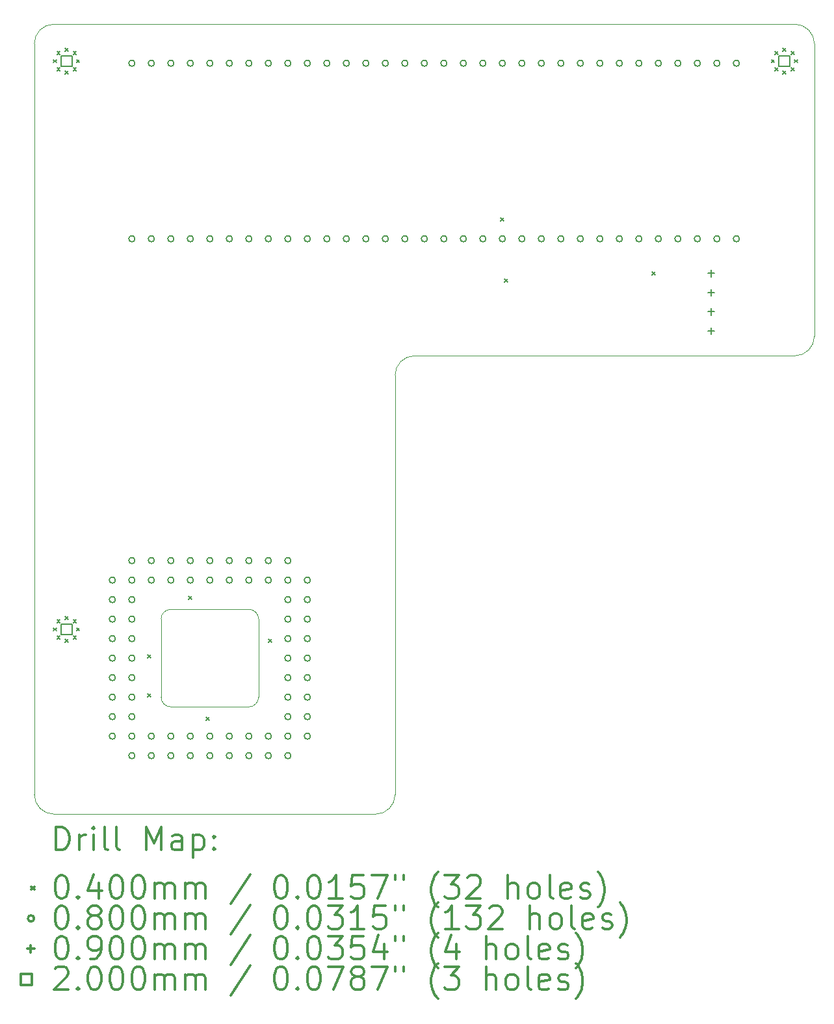
<source format=gbr>
%FSLAX45Y45*%
G04 Gerber Fmt 4.5, Leading zero omitted, Abs format (unit mm)*
G04 Created by KiCad (PCBNEW (5.1.12)-1) date 2022-03-01 21:28:57*
%MOMM*%
%LPD*%
G01*
G04 APERTURE LIST*
%TA.AperFunction,Profile*%
%ADD10C,0.050000*%
%TD*%
%ADD11C,0.200000*%
%ADD12C,0.300000*%
G04 APERTURE END LIST*
D10*
X13589000Y-12954000D02*
G75*
G02*
X13462000Y-13081000I-127000J0D01*
G01*
X12446000Y-13081000D02*
G75*
G02*
X12319000Y-12954000I0J127000D01*
G01*
X12319000Y-11938000D02*
G75*
G02*
X12446000Y-11811000I127000J0D01*
G01*
X13462000Y-11811000D02*
G75*
G02*
X13589000Y-11938000I0J-127000D01*
G01*
X12446000Y-11811000D02*
X13462000Y-11811000D01*
X13589000Y-12954000D02*
X13589000Y-11938000D01*
X13462000Y-13081000D02*
X12446000Y-13081000D01*
X12319000Y-11938000D02*
X12319000Y-12954000D01*
X20828000Y-8255000D02*
G75*
G02*
X20574000Y-8509000I-254000J0D01*
G01*
X15367000Y-8763000D02*
G75*
G02*
X15621000Y-8509000I254000J0D01*
G01*
X20574000Y-8509000D02*
X15621000Y-8509000D01*
X20828000Y-4445000D02*
X20828000Y-8255000D01*
X20574000Y-4191000D02*
G75*
G02*
X20828000Y-4445000I0J-254000D01*
G01*
X10668000Y-4445000D02*
G75*
G02*
X10922000Y-4191000I254000J0D01*
G01*
X15367000Y-14224000D02*
G75*
G02*
X15113000Y-14478000I-254000J0D01*
G01*
X10922000Y-14478000D02*
G75*
G02*
X10668000Y-14224000I0J254000D01*
G01*
X20574000Y-4191000D02*
X10922000Y-4191000D01*
X10668000Y-4445000D02*
X10668000Y-14224000D01*
X15367000Y-8763000D02*
X15367000Y-14224000D01*
X15113000Y-14478000D02*
X10922000Y-14478000D01*
D11*
X10918000Y-4653000D02*
X10958000Y-4693000D01*
X10958000Y-4653000D02*
X10918000Y-4693000D01*
X10918000Y-12053000D02*
X10958000Y-12093000D01*
X10958000Y-12053000D02*
X10918000Y-12093000D01*
X10961900Y-4546900D02*
X11001900Y-4586900D01*
X11001900Y-4546900D02*
X10961900Y-4586900D01*
X10961900Y-4759100D02*
X11001900Y-4799100D01*
X11001900Y-4759100D02*
X10961900Y-4799100D01*
X10961900Y-11946900D02*
X11001900Y-11986900D01*
X11001900Y-11946900D02*
X10961900Y-11986900D01*
X10961900Y-12159100D02*
X11001900Y-12199100D01*
X11001900Y-12159100D02*
X10961900Y-12199100D01*
X11068000Y-4503000D02*
X11108000Y-4543000D01*
X11108000Y-4503000D02*
X11068000Y-4543000D01*
X11068000Y-4803000D02*
X11108000Y-4843000D01*
X11108000Y-4803000D02*
X11068000Y-4843000D01*
X11068000Y-11903000D02*
X11108000Y-11943000D01*
X11108000Y-11903000D02*
X11068000Y-11943000D01*
X11068000Y-12203000D02*
X11108000Y-12243000D01*
X11108000Y-12203000D02*
X11068000Y-12243000D01*
X11174100Y-4546900D02*
X11214100Y-4586900D01*
X11214100Y-4546900D02*
X11174100Y-4586900D01*
X11174100Y-4759100D02*
X11214100Y-4799100D01*
X11214100Y-4759100D02*
X11174100Y-4799100D01*
X11174100Y-11946900D02*
X11214100Y-11986900D01*
X11214100Y-11946900D02*
X11174100Y-11986900D01*
X11174100Y-12159100D02*
X11214100Y-12199100D01*
X11214100Y-12159100D02*
X11174100Y-12199100D01*
X11218000Y-4653000D02*
X11258000Y-4693000D01*
X11258000Y-4653000D02*
X11218000Y-4693000D01*
X11218000Y-12053000D02*
X11258000Y-12093000D01*
X11258000Y-12053000D02*
X11218000Y-12093000D01*
X12146600Y-12400600D02*
X12186600Y-12440600D01*
X12186600Y-12400600D02*
X12146600Y-12440600D01*
X12146600Y-12908600D02*
X12186600Y-12948600D01*
X12186600Y-12908600D02*
X12146600Y-12948600D01*
X12680000Y-11638600D02*
X12720000Y-11678600D01*
X12720000Y-11638600D02*
X12680000Y-11678600D01*
X12908600Y-13213400D02*
X12948600Y-13253400D01*
X12948600Y-13213400D02*
X12908600Y-13253400D01*
X13721400Y-12197400D02*
X13761400Y-12237400D01*
X13761400Y-12197400D02*
X13721400Y-12237400D01*
X16744000Y-6711000D02*
X16784000Y-6751000D01*
X16784000Y-6711000D02*
X16744000Y-6751000D01*
X16792260Y-7508560D02*
X16832260Y-7548560D01*
X16832260Y-7508560D02*
X16792260Y-7548560D01*
X18712500Y-7415500D02*
X18752500Y-7455500D01*
X18752500Y-7415500D02*
X18712500Y-7455500D01*
X20268000Y-4653000D02*
X20308000Y-4693000D01*
X20308000Y-4653000D02*
X20268000Y-4693000D01*
X20311900Y-4546900D02*
X20351900Y-4586900D01*
X20351900Y-4546900D02*
X20311900Y-4586900D01*
X20311900Y-4759100D02*
X20351900Y-4799100D01*
X20351900Y-4759100D02*
X20311900Y-4799100D01*
X20418000Y-4503000D02*
X20458000Y-4543000D01*
X20458000Y-4503000D02*
X20418000Y-4543000D01*
X20418000Y-4803000D02*
X20458000Y-4843000D01*
X20458000Y-4803000D02*
X20418000Y-4843000D01*
X20524100Y-4546900D02*
X20564100Y-4586900D01*
X20564100Y-4546900D02*
X20524100Y-4586900D01*
X20524100Y-4759100D02*
X20564100Y-4799100D01*
X20564100Y-4759100D02*
X20524100Y-4799100D01*
X20568000Y-4653000D02*
X20608000Y-4693000D01*
X20608000Y-4653000D02*
X20568000Y-4693000D01*
X11724000Y-11430000D02*
G75*
G03*
X11724000Y-11430000I-40000J0D01*
G01*
X11724000Y-11684000D02*
G75*
G03*
X11724000Y-11684000I-40000J0D01*
G01*
X11724000Y-11938000D02*
G75*
G03*
X11724000Y-11938000I-40000J0D01*
G01*
X11724000Y-12192000D02*
G75*
G03*
X11724000Y-12192000I-40000J0D01*
G01*
X11724000Y-12446000D02*
G75*
G03*
X11724000Y-12446000I-40000J0D01*
G01*
X11724000Y-12700000D02*
G75*
G03*
X11724000Y-12700000I-40000J0D01*
G01*
X11724000Y-12954000D02*
G75*
G03*
X11724000Y-12954000I-40000J0D01*
G01*
X11724000Y-13208000D02*
G75*
G03*
X11724000Y-13208000I-40000J0D01*
G01*
X11724000Y-13462000D02*
G75*
G03*
X11724000Y-13462000I-40000J0D01*
G01*
X11978000Y-4699000D02*
G75*
G03*
X11978000Y-4699000I-40000J0D01*
G01*
X11978000Y-6985000D02*
G75*
G03*
X11978000Y-6985000I-40000J0D01*
G01*
X11978000Y-11176000D02*
G75*
G03*
X11978000Y-11176000I-40000J0D01*
G01*
X11978000Y-11430000D02*
G75*
G03*
X11978000Y-11430000I-40000J0D01*
G01*
X11978000Y-11684000D02*
G75*
G03*
X11978000Y-11684000I-40000J0D01*
G01*
X11978000Y-11938000D02*
G75*
G03*
X11978000Y-11938000I-40000J0D01*
G01*
X11978000Y-12192000D02*
G75*
G03*
X11978000Y-12192000I-40000J0D01*
G01*
X11978000Y-12446000D02*
G75*
G03*
X11978000Y-12446000I-40000J0D01*
G01*
X11978000Y-12700000D02*
G75*
G03*
X11978000Y-12700000I-40000J0D01*
G01*
X11978000Y-12954000D02*
G75*
G03*
X11978000Y-12954000I-40000J0D01*
G01*
X11978000Y-13208000D02*
G75*
G03*
X11978000Y-13208000I-40000J0D01*
G01*
X11978000Y-13462000D02*
G75*
G03*
X11978000Y-13462000I-40000J0D01*
G01*
X11978000Y-13716000D02*
G75*
G03*
X11978000Y-13716000I-40000J0D01*
G01*
X12232000Y-4699000D02*
G75*
G03*
X12232000Y-4699000I-40000J0D01*
G01*
X12232000Y-6985000D02*
G75*
G03*
X12232000Y-6985000I-40000J0D01*
G01*
X12232000Y-11176000D02*
G75*
G03*
X12232000Y-11176000I-40000J0D01*
G01*
X12232000Y-11430000D02*
G75*
G03*
X12232000Y-11430000I-40000J0D01*
G01*
X12232000Y-13462000D02*
G75*
G03*
X12232000Y-13462000I-40000J0D01*
G01*
X12232000Y-13716000D02*
G75*
G03*
X12232000Y-13716000I-40000J0D01*
G01*
X12486000Y-4699000D02*
G75*
G03*
X12486000Y-4699000I-40000J0D01*
G01*
X12486000Y-6985000D02*
G75*
G03*
X12486000Y-6985000I-40000J0D01*
G01*
X12486000Y-11176000D02*
G75*
G03*
X12486000Y-11176000I-40000J0D01*
G01*
X12486000Y-11430000D02*
G75*
G03*
X12486000Y-11430000I-40000J0D01*
G01*
X12486000Y-13462000D02*
G75*
G03*
X12486000Y-13462000I-40000J0D01*
G01*
X12486000Y-13716000D02*
G75*
G03*
X12486000Y-13716000I-40000J0D01*
G01*
X12740000Y-4699000D02*
G75*
G03*
X12740000Y-4699000I-40000J0D01*
G01*
X12740000Y-6985000D02*
G75*
G03*
X12740000Y-6985000I-40000J0D01*
G01*
X12740000Y-11176000D02*
G75*
G03*
X12740000Y-11176000I-40000J0D01*
G01*
X12740000Y-11430000D02*
G75*
G03*
X12740000Y-11430000I-40000J0D01*
G01*
X12740000Y-13462000D02*
G75*
G03*
X12740000Y-13462000I-40000J0D01*
G01*
X12740000Y-13716000D02*
G75*
G03*
X12740000Y-13716000I-40000J0D01*
G01*
X12994000Y-4699000D02*
G75*
G03*
X12994000Y-4699000I-40000J0D01*
G01*
X12994000Y-6985000D02*
G75*
G03*
X12994000Y-6985000I-40000J0D01*
G01*
X12994000Y-11176000D02*
G75*
G03*
X12994000Y-11176000I-40000J0D01*
G01*
X12994000Y-11430000D02*
G75*
G03*
X12994000Y-11430000I-40000J0D01*
G01*
X12994000Y-13462000D02*
G75*
G03*
X12994000Y-13462000I-40000J0D01*
G01*
X12994000Y-13716000D02*
G75*
G03*
X12994000Y-13716000I-40000J0D01*
G01*
X13248000Y-4699000D02*
G75*
G03*
X13248000Y-4699000I-40000J0D01*
G01*
X13248000Y-6985000D02*
G75*
G03*
X13248000Y-6985000I-40000J0D01*
G01*
X13248000Y-11176000D02*
G75*
G03*
X13248000Y-11176000I-40000J0D01*
G01*
X13248000Y-11430000D02*
G75*
G03*
X13248000Y-11430000I-40000J0D01*
G01*
X13248000Y-13462000D02*
G75*
G03*
X13248000Y-13462000I-40000J0D01*
G01*
X13248000Y-13716000D02*
G75*
G03*
X13248000Y-13716000I-40000J0D01*
G01*
X13502000Y-4699000D02*
G75*
G03*
X13502000Y-4699000I-40000J0D01*
G01*
X13502000Y-6985000D02*
G75*
G03*
X13502000Y-6985000I-40000J0D01*
G01*
X13502000Y-11176000D02*
G75*
G03*
X13502000Y-11176000I-40000J0D01*
G01*
X13502000Y-11430000D02*
G75*
G03*
X13502000Y-11430000I-40000J0D01*
G01*
X13502000Y-13462000D02*
G75*
G03*
X13502000Y-13462000I-40000J0D01*
G01*
X13502000Y-13716000D02*
G75*
G03*
X13502000Y-13716000I-40000J0D01*
G01*
X13756000Y-4699000D02*
G75*
G03*
X13756000Y-4699000I-40000J0D01*
G01*
X13756000Y-6985000D02*
G75*
G03*
X13756000Y-6985000I-40000J0D01*
G01*
X13756000Y-11176000D02*
G75*
G03*
X13756000Y-11176000I-40000J0D01*
G01*
X13756000Y-11430000D02*
G75*
G03*
X13756000Y-11430000I-40000J0D01*
G01*
X13756000Y-13462000D02*
G75*
G03*
X13756000Y-13462000I-40000J0D01*
G01*
X13756000Y-13716000D02*
G75*
G03*
X13756000Y-13716000I-40000J0D01*
G01*
X14010000Y-4699000D02*
G75*
G03*
X14010000Y-4699000I-40000J0D01*
G01*
X14010000Y-6985000D02*
G75*
G03*
X14010000Y-6985000I-40000J0D01*
G01*
X14010000Y-11176000D02*
G75*
G03*
X14010000Y-11176000I-40000J0D01*
G01*
X14010000Y-11430000D02*
G75*
G03*
X14010000Y-11430000I-40000J0D01*
G01*
X14010000Y-11684000D02*
G75*
G03*
X14010000Y-11684000I-40000J0D01*
G01*
X14010000Y-11938000D02*
G75*
G03*
X14010000Y-11938000I-40000J0D01*
G01*
X14010000Y-12192000D02*
G75*
G03*
X14010000Y-12192000I-40000J0D01*
G01*
X14010000Y-12446000D02*
G75*
G03*
X14010000Y-12446000I-40000J0D01*
G01*
X14010000Y-12700000D02*
G75*
G03*
X14010000Y-12700000I-40000J0D01*
G01*
X14010000Y-12954000D02*
G75*
G03*
X14010000Y-12954000I-40000J0D01*
G01*
X14010000Y-13208000D02*
G75*
G03*
X14010000Y-13208000I-40000J0D01*
G01*
X14010000Y-13462000D02*
G75*
G03*
X14010000Y-13462000I-40000J0D01*
G01*
X14010000Y-13716000D02*
G75*
G03*
X14010000Y-13716000I-40000J0D01*
G01*
X14264000Y-4699000D02*
G75*
G03*
X14264000Y-4699000I-40000J0D01*
G01*
X14264000Y-6985000D02*
G75*
G03*
X14264000Y-6985000I-40000J0D01*
G01*
X14264000Y-11430000D02*
G75*
G03*
X14264000Y-11430000I-40000J0D01*
G01*
X14264000Y-11684000D02*
G75*
G03*
X14264000Y-11684000I-40000J0D01*
G01*
X14264000Y-11938000D02*
G75*
G03*
X14264000Y-11938000I-40000J0D01*
G01*
X14264000Y-12192000D02*
G75*
G03*
X14264000Y-12192000I-40000J0D01*
G01*
X14264000Y-12446000D02*
G75*
G03*
X14264000Y-12446000I-40000J0D01*
G01*
X14264000Y-12700000D02*
G75*
G03*
X14264000Y-12700000I-40000J0D01*
G01*
X14264000Y-12954000D02*
G75*
G03*
X14264000Y-12954000I-40000J0D01*
G01*
X14264000Y-13208000D02*
G75*
G03*
X14264000Y-13208000I-40000J0D01*
G01*
X14264000Y-13462000D02*
G75*
G03*
X14264000Y-13462000I-40000J0D01*
G01*
X14518000Y-4699000D02*
G75*
G03*
X14518000Y-4699000I-40000J0D01*
G01*
X14518000Y-6985000D02*
G75*
G03*
X14518000Y-6985000I-40000J0D01*
G01*
X14772000Y-4699000D02*
G75*
G03*
X14772000Y-4699000I-40000J0D01*
G01*
X14772000Y-6985000D02*
G75*
G03*
X14772000Y-6985000I-40000J0D01*
G01*
X15026000Y-4699000D02*
G75*
G03*
X15026000Y-4699000I-40000J0D01*
G01*
X15026000Y-6985000D02*
G75*
G03*
X15026000Y-6985000I-40000J0D01*
G01*
X15280000Y-4699000D02*
G75*
G03*
X15280000Y-4699000I-40000J0D01*
G01*
X15280000Y-6985000D02*
G75*
G03*
X15280000Y-6985000I-40000J0D01*
G01*
X15534000Y-4699000D02*
G75*
G03*
X15534000Y-4699000I-40000J0D01*
G01*
X15534000Y-6985000D02*
G75*
G03*
X15534000Y-6985000I-40000J0D01*
G01*
X15788000Y-4699000D02*
G75*
G03*
X15788000Y-4699000I-40000J0D01*
G01*
X15788000Y-6985000D02*
G75*
G03*
X15788000Y-6985000I-40000J0D01*
G01*
X16042000Y-4699000D02*
G75*
G03*
X16042000Y-4699000I-40000J0D01*
G01*
X16042000Y-6985000D02*
G75*
G03*
X16042000Y-6985000I-40000J0D01*
G01*
X16296000Y-4699000D02*
G75*
G03*
X16296000Y-4699000I-40000J0D01*
G01*
X16296000Y-6985000D02*
G75*
G03*
X16296000Y-6985000I-40000J0D01*
G01*
X16550000Y-4699000D02*
G75*
G03*
X16550000Y-4699000I-40000J0D01*
G01*
X16550000Y-6985000D02*
G75*
G03*
X16550000Y-6985000I-40000J0D01*
G01*
X16804000Y-4699000D02*
G75*
G03*
X16804000Y-4699000I-40000J0D01*
G01*
X16804000Y-6985000D02*
G75*
G03*
X16804000Y-6985000I-40000J0D01*
G01*
X17058000Y-4699000D02*
G75*
G03*
X17058000Y-4699000I-40000J0D01*
G01*
X17058000Y-6985000D02*
G75*
G03*
X17058000Y-6985000I-40000J0D01*
G01*
X17312000Y-4699000D02*
G75*
G03*
X17312000Y-4699000I-40000J0D01*
G01*
X17312000Y-6985000D02*
G75*
G03*
X17312000Y-6985000I-40000J0D01*
G01*
X17566000Y-4699000D02*
G75*
G03*
X17566000Y-4699000I-40000J0D01*
G01*
X17566000Y-6985000D02*
G75*
G03*
X17566000Y-6985000I-40000J0D01*
G01*
X17820000Y-4699000D02*
G75*
G03*
X17820000Y-4699000I-40000J0D01*
G01*
X17820000Y-6985000D02*
G75*
G03*
X17820000Y-6985000I-40000J0D01*
G01*
X18074000Y-4699000D02*
G75*
G03*
X18074000Y-4699000I-40000J0D01*
G01*
X18074000Y-6985000D02*
G75*
G03*
X18074000Y-6985000I-40000J0D01*
G01*
X18328000Y-4699000D02*
G75*
G03*
X18328000Y-4699000I-40000J0D01*
G01*
X18328000Y-6985000D02*
G75*
G03*
X18328000Y-6985000I-40000J0D01*
G01*
X18582000Y-4699000D02*
G75*
G03*
X18582000Y-4699000I-40000J0D01*
G01*
X18582000Y-6985000D02*
G75*
G03*
X18582000Y-6985000I-40000J0D01*
G01*
X18836000Y-4699000D02*
G75*
G03*
X18836000Y-4699000I-40000J0D01*
G01*
X18836000Y-6985000D02*
G75*
G03*
X18836000Y-6985000I-40000J0D01*
G01*
X19090000Y-4699000D02*
G75*
G03*
X19090000Y-4699000I-40000J0D01*
G01*
X19090000Y-6985000D02*
G75*
G03*
X19090000Y-6985000I-40000J0D01*
G01*
X19344000Y-4699000D02*
G75*
G03*
X19344000Y-4699000I-40000J0D01*
G01*
X19344000Y-6985000D02*
G75*
G03*
X19344000Y-6985000I-40000J0D01*
G01*
X19598000Y-4699000D02*
G75*
G03*
X19598000Y-4699000I-40000J0D01*
G01*
X19598000Y-6985000D02*
G75*
G03*
X19598000Y-6985000I-40000J0D01*
G01*
X19852000Y-4699000D02*
G75*
G03*
X19852000Y-4699000I-40000J0D01*
G01*
X19852000Y-6985000D02*
G75*
G03*
X19852000Y-6985000I-40000J0D01*
G01*
X19484000Y-7390500D02*
X19484000Y-7480500D01*
X19439000Y-7435500D02*
X19529000Y-7435500D01*
X19484000Y-7640500D02*
X19484000Y-7730500D01*
X19439000Y-7685500D02*
X19529000Y-7685500D01*
X19484000Y-7890500D02*
X19484000Y-7980500D01*
X19439000Y-7935500D02*
X19529000Y-7935500D01*
X19484000Y-8140500D02*
X19484000Y-8230500D01*
X19439000Y-8185500D02*
X19529000Y-8185500D01*
X11158711Y-4743711D02*
X11158711Y-4602289D01*
X11017289Y-4602289D01*
X11017289Y-4743711D01*
X11158711Y-4743711D01*
X11158711Y-12143711D02*
X11158711Y-12002289D01*
X11017289Y-12002289D01*
X11017289Y-12143711D01*
X11158711Y-12143711D01*
X20508711Y-4743711D02*
X20508711Y-4602289D01*
X20367289Y-4602289D01*
X20367289Y-4743711D01*
X20508711Y-4743711D01*
D12*
X10951928Y-14946214D02*
X10951928Y-14646214D01*
X11023357Y-14646214D01*
X11066214Y-14660500D01*
X11094786Y-14689071D01*
X11109071Y-14717643D01*
X11123357Y-14774786D01*
X11123357Y-14817643D01*
X11109071Y-14874786D01*
X11094786Y-14903357D01*
X11066214Y-14931929D01*
X11023357Y-14946214D01*
X10951928Y-14946214D01*
X11251928Y-14946214D02*
X11251928Y-14746214D01*
X11251928Y-14803357D02*
X11266214Y-14774786D01*
X11280500Y-14760500D01*
X11309071Y-14746214D01*
X11337643Y-14746214D01*
X11437643Y-14946214D02*
X11437643Y-14746214D01*
X11437643Y-14646214D02*
X11423357Y-14660500D01*
X11437643Y-14674786D01*
X11451928Y-14660500D01*
X11437643Y-14646214D01*
X11437643Y-14674786D01*
X11623357Y-14946214D02*
X11594786Y-14931929D01*
X11580500Y-14903357D01*
X11580500Y-14646214D01*
X11780500Y-14946214D02*
X11751928Y-14931929D01*
X11737643Y-14903357D01*
X11737643Y-14646214D01*
X12123357Y-14946214D02*
X12123357Y-14646214D01*
X12223357Y-14860500D01*
X12323357Y-14646214D01*
X12323357Y-14946214D01*
X12594786Y-14946214D02*
X12594786Y-14789071D01*
X12580500Y-14760500D01*
X12551928Y-14746214D01*
X12494786Y-14746214D01*
X12466214Y-14760500D01*
X12594786Y-14931929D02*
X12566214Y-14946214D01*
X12494786Y-14946214D01*
X12466214Y-14931929D01*
X12451928Y-14903357D01*
X12451928Y-14874786D01*
X12466214Y-14846214D01*
X12494786Y-14831929D01*
X12566214Y-14831929D01*
X12594786Y-14817643D01*
X12737643Y-14746214D02*
X12737643Y-15046214D01*
X12737643Y-14760500D02*
X12766214Y-14746214D01*
X12823357Y-14746214D01*
X12851928Y-14760500D01*
X12866214Y-14774786D01*
X12880500Y-14803357D01*
X12880500Y-14889071D01*
X12866214Y-14917643D01*
X12851928Y-14931929D01*
X12823357Y-14946214D01*
X12766214Y-14946214D01*
X12737643Y-14931929D01*
X13009071Y-14917643D02*
X13023357Y-14931929D01*
X13009071Y-14946214D01*
X12994786Y-14931929D01*
X13009071Y-14917643D01*
X13009071Y-14946214D01*
X13009071Y-14760500D02*
X13023357Y-14774786D01*
X13009071Y-14789071D01*
X12994786Y-14774786D01*
X13009071Y-14760500D01*
X13009071Y-14789071D01*
X10625500Y-15420500D02*
X10665500Y-15460500D01*
X10665500Y-15420500D02*
X10625500Y-15460500D01*
X11009071Y-15276214D02*
X11037643Y-15276214D01*
X11066214Y-15290500D01*
X11080500Y-15304786D01*
X11094786Y-15333357D01*
X11109071Y-15390500D01*
X11109071Y-15461929D01*
X11094786Y-15519071D01*
X11080500Y-15547643D01*
X11066214Y-15561929D01*
X11037643Y-15576214D01*
X11009071Y-15576214D01*
X10980500Y-15561929D01*
X10966214Y-15547643D01*
X10951928Y-15519071D01*
X10937643Y-15461929D01*
X10937643Y-15390500D01*
X10951928Y-15333357D01*
X10966214Y-15304786D01*
X10980500Y-15290500D01*
X11009071Y-15276214D01*
X11237643Y-15547643D02*
X11251928Y-15561929D01*
X11237643Y-15576214D01*
X11223357Y-15561929D01*
X11237643Y-15547643D01*
X11237643Y-15576214D01*
X11509071Y-15376214D02*
X11509071Y-15576214D01*
X11437643Y-15261929D02*
X11366214Y-15476214D01*
X11551928Y-15476214D01*
X11723357Y-15276214D02*
X11751928Y-15276214D01*
X11780500Y-15290500D01*
X11794786Y-15304786D01*
X11809071Y-15333357D01*
X11823357Y-15390500D01*
X11823357Y-15461929D01*
X11809071Y-15519071D01*
X11794786Y-15547643D01*
X11780500Y-15561929D01*
X11751928Y-15576214D01*
X11723357Y-15576214D01*
X11694786Y-15561929D01*
X11680500Y-15547643D01*
X11666214Y-15519071D01*
X11651928Y-15461929D01*
X11651928Y-15390500D01*
X11666214Y-15333357D01*
X11680500Y-15304786D01*
X11694786Y-15290500D01*
X11723357Y-15276214D01*
X12009071Y-15276214D02*
X12037643Y-15276214D01*
X12066214Y-15290500D01*
X12080500Y-15304786D01*
X12094786Y-15333357D01*
X12109071Y-15390500D01*
X12109071Y-15461929D01*
X12094786Y-15519071D01*
X12080500Y-15547643D01*
X12066214Y-15561929D01*
X12037643Y-15576214D01*
X12009071Y-15576214D01*
X11980500Y-15561929D01*
X11966214Y-15547643D01*
X11951928Y-15519071D01*
X11937643Y-15461929D01*
X11937643Y-15390500D01*
X11951928Y-15333357D01*
X11966214Y-15304786D01*
X11980500Y-15290500D01*
X12009071Y-15276214D01*
X12237643Y-15576214D02*
X12237643Y-15376214D01*
X12237643Y-15404786D02*
X12251928Y-15390500D01*
X12280500Y-15376214D01*
X12323357Y-15376214D01*
X12351928Y-15390500D01*
X12366214Y-15419071D01*
X12366214Y-15576214D01*
X12366214Y-15419071D02*
X12380500Y-15390500D01*
X12409071Y-15376214D01*
X12451928Y-15376214D01*
X12480500Y-15390500D01*
X12494786Y-15419071D01*
X12494786Y-15576214D01*
X12637643Y-15576214D02*
X12637643Y-15376214D01*
X12637643Y-15404786D02*
X12651928Y-15390500D01*
X12680500Y-15376214D01*
X12723357Y-15376214D01*
X12751928Y-15390500D01*
X12766214Y-15419071D01*
X12766214Y-15576214D01*
X12766214Y-15419071D02*
X12780500Y-15390500D01*
X12809071Y-15376214D01*
X12851928Y-15376214D01*
X12880500Y-15390500D01*
X12894786Y-15419071D01*
X12894786Y-15576214D01*
X13480500Y-15261929D02*
X13223357Y-15647643D01*
X13866214Y-15276214D02*
X13894786Y-15276214D01*
X13923357Y-15290500D01*
X13937643Y-15304786D01*
X13951928Y-15333357D01*
X13966214Y-15390500D01*
X13966214Y-15461929D01*
X13951928Y-15519071D01*
X13937643Y-15547643D01*
X13923357Y-15561929D01*
X13894786Y-15576214D01*
X13866214Y-15576214D01*
X13837643Y-15561929D01*
X13823357Y-15547643D01*
X13809071Y-15519071D01*
X13794786Y-15461929D01*
X13794786Y-15390500D01*
X13809071Y-15333357D01*
X13823357Y-15304786D01*
X13837643Y-15290500D01*
X13866214Y-15276214D01*
X14094786Y-15547643D02*
X14109071Y-15561929D01*
X14094786Y-15576214D01*
X14080500Y-15561929D01*
X14094786Y-15547643D01*
X14094786Y-15576214D01*
X14294786Y-15276214D02*
X14323357Y-15276214D01*
X14351928Y-15290500D01*
X14366214Y-15304786D01*
X14380500Y-15333357D01*
X14394786Y-15390500D01*
X14394786Y-15461929D01*
X14380500Y-15519071D01*
X14366214Y-15547643D01*
X14351928Y-15561929D01*
X14323357Y-15576214D01*
X14294786Y-15576214D01*
X14266214Y-15561929D01*
X14251928Y-15547643D01*
X14237643Y-15519071D01*
X14223357Y-15461929D01*
X14223357Y-15390500D01*
X14237643Y-15333357D01*
X14251928Y-15304786D01*
X14266214Y-15290500D01*
X14294786Y-15276214D01*
X14680500Y-15576214D02*
X14509071Y-15576214D01*
X14594786Y-15576214D02*
X14594786Y-15276214D01*
X14566214Y-15319071D01*
X14537643Y-15347643D01*
X14509071Y-15361929D01*
X14951928Y-15276214D02*
X14809071Y-15276214D01*
X14794786Y-15419071D01*
X14809071Y-15404786D01*
X14837643Y-15390500D01*
X14909071Y-15390500D01*
X14937643Y-15404786D01*
X14951928Y-15419071D01*
X14966214Y-15447643D01*
X14966214Y-15519071D01*
X14951928Y-15547643D01*
X14937643Y-15561929D01*
X14909071Y-15576214D01*
X14837643Y-15576214D01*
X14809071Y-15561929D01*
X14794786Y-15547643D01*
X15066214Y-15276214D02*
X15266214Y-15276214D01*
X15137643Y-15576214D01*
X15366214Y-15276214D02*
X15366214Y-15333357D01*
X15480500Y-15276214D02*
X15480500Y-15333357D01*
X15923357Y-15690500D02*
X15909071Y-15676214D01*
X15880500Y-15633357D01*
X15866214Y-15604786D01*
X15851928Y-15561929D01*
X15837643Y-15490500D01*
X15837643Y-15433357D01*
X15851928Y-15361929D01*
X15866214Y-15319071D01*
X15880500Y-15290500D01*
X15909071Y-15247643D01*
X15923357Y-15233357D01*
X16009071Y-15276214D02*
X16194786Y-15276214D01*
X16094786Y-15390500D01*
X16137643Y-15390500D01*
X16166214Y-15404786D01*
X16180500Y-15419071D01*
X16194786Y-15447643D01*
X16194786Y-15519071D01*
X16180500Y-15547643D01*
X16166214Y-15561929D01*
X16137643Y-15576214D01*
X16051928Y-15576214D01*
X16023357Y-15561929D01*
X16009071Y-15547643D01*
X16309071Y-15304786D02*
X16323357Y-15290500D01*
X16351928Y-15276214D01*
X16423357Y-15276214D01*
X16451928Y-15290500D01*
X16466214Y-15304786D01*
X16480500Y-15333357D01*
X16480500Y-15361929D01*
X16466214Y-15404786D01*
X16294786Y-15576214D01*
X16480500Y-15576214D01*
X16837643Y-15576214D02*
X16837643Y-15276214D01*
X16966214Y-15576214D02*
X16966214Y-15419071D01*
X16951928Y-15390500D01*
X16923357Y-15376214D01*
X16880500Y-15376214D01*
X16851928Y-15390500D01*
X16837643Y-15404786D01*
X17151928Y-15576214D02*
X17123357Y-15561929D01*
X17109071Y-15547643D01*
X17094786Y-15519071D01*
X17094786Y-15433357D01*
X17109071Y-15404786D01*
X17123357Y-15390500D01*
X17151928Y-15376214D01*
X17194786Y-15376214D01*
X17223357Y-15390500D01*
X17237643Y-15404786D01*
X17251928Y-15433357D01*
X17251928Y-15519071D01*
X17237643Y-15547643D01*
X17223357Y-15561929D01*
X17194786Y-15576214D01*
X17151928Y-15576214D01*
X17423357Y-15576214D02*
X17394786Y-15561929D01*
X17380500Y-15533357D01*
X17380500Y-15276214D01*
X17651928Y-15561929D02*
X17623357Y-15576214D01*
X17566214Y-15576214D01*
X17537643Y-15561929D01*
X17523357Y-15533357D01*
X17523357Y-15419071D01*
X17537643Y-15390500D01*
X17566214Y-15376214D01*
X17623357Y-15376214D01*
X17651928Y-15390500D01*
X17666214Y-15419071D01*
X17666214Y-15447643D01*
X17523357Y-15476214D01*
X17780500Y-15561929D02*
X17809071Y-15576214D01*
X17866214Y-15576214D01*
X17894786Y-15561929D01*
X17909071Y-15533357D01*
X17909071Y-15519071D01*
X17894786Y-15490500D01*
X17866214Y-15476214D01*
X17823357Y-15476214D01*
X17794786Y-15461929D01*
X17780500Y-15433357D01*
X17780500Y-15419071D01*
X17794786Y-15390500D01*
X17823357Y-15376214D01*
X17866214Y-15376214D01*
X17894786Y-15390500D01*
X18009071Y-15690500D02*
X18023357Y-15676214D01*
X18051928Y-15633357D01*
X18066214Y-15604786D01*
X18080500Y-15561929D01*
X18094786Y-15490500D01*
X18094786Y-15433357D01*
X18080500Y-15361929D01*
X18066214Y-15319071D01*
X18051928Y-15290500D01*
X18023357Y-15247643D01*
X18009071Y-15233357D01*
X10665500Y-15836500D02*
G75*
G03*
X10665500Y-15836500I-40000J0D01*
G01*
X11009071Y-15672214D02*
X11037643Y-15672214D01*
X11066214Y-15686500D01*
X11080500Y-15700786D01*
X11094786Y-15729357D01*
X11109071Y-15786500D01*
X11109071Y-15857929D01*
X11094786Y-15915071D01*
X11080500Y-15943643D01*
X11066214Y-15957929D01*
X11037643Y-15972214D01*
X11009071Y-15972214D01*
X10980500Y-15957929D01*
X10966214Y-15943643D01*
X10951928Y-15915071D01*
X10937643Y-15857929D01*
X10937643Y-15786500D01*
X10951928Y-15729357D01*
X10966214Y-15700786D01*
X10980500Y-15686500D01*
X11009071Y-15672214D01*
X11237643Y-15943643D02*
X11251928Y-15957929D01*
X11237643Y-15972214D01*
X11223357Y-15957929D01*
X11237643Y-15943643D01*
X11237643Y-15972214D01*
X11423357Y-15800786D02*
X11394786Y-15786500D01*
X11380500Y-15772214D01*
X11366214Y-15743643D01*
X11366214Y-15729357D01*
X11380500Y-15700786D01*
X11394786Y-15686500D01*
X11423357Y-15672214D01*
X11480500Y-15672214D01*
X11509071Y-15686500D01*
X11523357Y-15700786D01*
X11537643Y-15729357D01*
X11537643Y-15743643D01*
X11523357Y-15772214D01*
X11509071Y-15786500D01*
X11480500Y-15800786D01*
X11423357Y-15800786D01*
X11394786Y-15815071D01*
X11380500Y-15829357D01*
X11366214Y-15857929D01*
X11366214Y-15915071D01*
X11380500Y-15943643D01*
X11394786Y-15957929D01*
X11423357Y-15972214D01*
X11480500Y-15972214D01*
X11509071Y-15957929D01*
X11523357Y-15943643D01*
X11537643Y-15915071D01*
X11537643Y-15857929D01*
X11523357Y-15829357D01*
X11509071Y-15815071D01*
X11480500Y-15800786D01*
X11723357Y-15672214D02*
X11751928Y-15672214D01*
X11780500Y-15686500D01*
X11794786Y-15700786D01*
X11809071Y-15729357D01*
X11823357Y-15786500D01*
X11823357Y-15857929D01*
X11809071Y-15915071D01*
X11794786Y-15943643D01*
X11780500Y-15957929D01*
X11751928Y-15972214D01*
X11723357Y-15972214D01*
X11694786Y-15957929D01*
X11680500Y-15943643D01*
X11666214Y-15915071D01*
X11651928Y-15857929D01*
X11651928Y-15786500D01*
X11666214Y-15729357D01*
X11680500Y-15700786D01*
X11694786Y-15686500D01*
X11723357Y-15672214D01*
X12009071Y-15672214D02*
X12037643Y-15672214D01*
X12066214Y-15686500D01*
X12080500Y-15700786D01*
X12094786Y-15729357D01*
X12109071Y-15786500D01*
X12109071Y-15857929D01*
X12094786Y-15915071D01*
X12080500Y-15943643D01*
X12066214Y-15957929D01*
X12037643Y-15972214D01*
X12009071Y-15972214D01*
X11980500Y-15957929D01*
X11966214Y-15943643D01*
X11951928Y-15915071D01*
X11937643Y-15857929D01*
X11937643Y-15786500D01*
X11951928Y-15729357D01*
X11966214Y-15700786D01*
X11980500Y-15686500D01*
X12009071Y-15672214D01*
X12237643Y-15972214D02*
X12237643Y-15772214D01*
X12237643Y-15800786D02*
X12251928Y-15786500D01*
X12280500Y-15772214D01*
X12323357Y-15772214D01*
X12351928Y-15786500D01*
X12366214Y-15815071D01*
X12366214Y-15972214D01*
X12366214Y-15815071D02*
X12380500Y-15786500D01*
X12409071Y-15772214D01*
X12451928Y-15772214D01*
X12480500Y-15786500D01*
X12494786Y-15815071D01*
X12494786Y-15972214D01*
X12637643Y-15972214D02*
X12637643Y-15772214D01*
X12637643Y-15800786D02*
X12651928Y-15786500D01*
X12680500Y-15772214D01*
X12723357Y-15772214D01*
X12751928Y-15786500D01*
X12766214Y-15815071D01*
X12766214Y-15972214D01*
X12766214Y-15815071D02*
X12780500Y-15786500D01*
X12809071Y-15772214D01*
X12851928Y-15772214D01*
X12880500Y-15786500D01*
X12894786Y-15815071D01*
X12894786Y-15972214D01*
X13480500Y-15657929D02*
X13223357Y-16043643D01*
X13866214Y-15672214D02*
X13894786Y-15672214D01*
X13923357Y-15686500D01*
X13937643Y-15700786D01*
X13951928Y-15729357D01*
X13966214Y-15786500D01*
X13966214Y-15857929D01*
X13951928Y-15915071D01*
X13937643Y-15943643D01*
X13923357Y-15957929D01*
X13894786Y-15972214D01*
X13866214Y-15972214D01*
X13837643Y-15957929D01*
X13823357Y-15943643D01*
X13809071Y-15915071D01*
X13794786Y-15857929D01*
X13794786Y-15786500D01*
X13809071Y-15729357D01*
X13823357Y-15700786D01*
X13837643Y-15686500D01*
X13866214Y-15672214D01*
X14094786Y-15943643D02*
X14109071Y-15957929D01*
X14094786Y-15972214D01*
X14080500Y-15957929D01*
X14094786Y-15943643D01*
X14094786Y-15972214D01*
X14294786Y-15672214D02*
X14323357Y-15672214D01*
X14351928Y-15686500D01*
X14366214Y-15700786D01*
X14380500Y-15729357D01*
X14394786Y-15786500D01*
X14394786Y-15857929D01*
X14380500Y-15915071D01*
X14366214Y-15943643D01*
X14351928Y-15957929D01*
X14323357Y-15972214D01*
X14294786Y-15972214D01*
X14266214Y-15957929D01*
X14251928Y-15943643D01*
X14237643Y-15915071D01*
X14223357Y-15857929D01*
X14223357Y-15786500D01*
X14237643Y-15729357D01*
X14251928Y-15700786D01*
X14266214Y-15686500D01*
X14294786Y-15672214D01*
X14494786Y-15672214D02*
X14680500Y-15672214D01*
X14580500Y-15786500D01*
X14623357Y-15786500D01*
X14651928Y-15800786D01*
X14666214Y-15815071D01*
X14680500Y-15843643D01*
X14680500Y-15915071D01*
X14666214Y-15943643D01*
X14651928Y-15957929D01*
X14623357Y-15972214D01*
X14537643Y-15972214D01*
X14509071Y-15957929D01*
X14494786Y-15943643D01*
X14966214Y-15972214D02*
X14794786Y-15972214D01*
X14880500Y-15972214D02*
X14880500Y-15672214D01*
X14851928Y-15715071D01*
X14823357Y-15743643D01*
X14794786Y-15757929D01*
X15237643Y-15672214D02*
X15094786Y-15672214D01*
X15080500Y-15815071D01*
X15094786Y-15800786D01*
X15123357Y-15786500D01*
X15194786Y-15786500D01*
X15223357Y-15800786D01*
X15237643Y-15815071D01*
X15251928Y-15843643D01*
X15251928Y-15915071D01*
X15237643Y-15943643D01*
X15223357Y-15957929D01*
X15194786Y-15972214D01*
X15123357Y-15972214D01*
X15094786Y-15957929D01*
X15080500Y-15943643D01*
X15366214Y-15672214D02*
X15366214Y-15729357D01*
X15480500Y-15672214D02*
X15480500Y-15729357D01*
X15923357Y-16086500D02*
X15909071Y-16072214D01*
X15880500Y-16029357D01*
X15866214Y-16000786D01*
X15851928Y-15957929D01*
X15837643Y-15886500D01*
X15837643Y-15829357D01*
X15851928Y-15757929D01*
X15866214Y-15715071D01*
X15880500Y-15686500D01*
X15909071Y-15643643D01*
X15923357Y-15629357D01*
X16194786Y-15972214D02*
X16023357Y-15972214D01*
X16109071Y-15972214D02*
X16109071Y-15672214D01*
X16080500Y-15715071D01*
X16051928Y-15743643D01*
X16023357Y-15757929D01*
X16294786Y-15672214D02*
X16480500Y-15672214D01*
X16380500Y-15786500D01*
X16423357Y-15786500D01*
X16451928Y-15800786D01*
X16466214Y-15815071D01*
X16480500Y-15843643D01*
X16480500Y-15915071D01*
X16466214Y-15943643D01*
X16451928Y-15957929D01*
X16423357Y-15972214D01*
X16337643Y-15972214D01*
X16309071Y-15957929D01*
X16294786Y-15943643D01*
X16594786Y-15700786D02*
X16609071Y-15686500D01*
X16637643Y-15672214D01*
X16709071Y-15672214D01*
X16737643Y-15686500D01*
X16751928Y-15700786D01*
X16766214Y-15729357D01*
X16766214Y-15757929D01*
X16751928Y-15800786D01*
X16580500Y-15972214D01*
X16766214Y-15972214D01*
X17123357Y-15972214D02*
X17123357Y-15672214D01*
X17251928Y-15972214D02*
X17251928Y-15815071D01*
X17237643Y-15786500D01*
X17209071Y-15772214D01*
X17166214Y-15772214D01*
X17137643Y-15786500D01*
X17123357Y-15800786D01*
X17437643Y-15972214D02*
X17409071Y-15957929D01*
X17394786Y-15943643D01*
X17380500Y-15915071D01*
X17380500Y-15829357D01*
X17394786Y-15800786D01*
X17409071Y-15786500D01*
X17437643Y-15772214D01*
X17480500Y-15772214D01*
X17509071Y-15786500D01*
X17523357Y-15800786D01*
X17537643Y-15829357D01*
X17537643Y-15915071D01*
X17523357Y-15943643D01*
X17509071Y-15957929D01*
X17480500Y-15972214D01*
X17437643Y-15972214D01*
X17709071Y-15972214D02*
X17680500Y-15957929D01*
X17666214Y-15929357D01*
X17666214Y-15672214D01*
X17937643Y-15957929D02*
X17909071Y-15972214D01*
X17851928Y-15972214D01*
X17823357Y-15957929D01*
X17809071Y-15929357D01*
X17809071Y-15815071D01*
X17823357Y-15786500D01*
X17851928Y-15772214D01*
X17909071Y-15772214D01*
X17937643Y-15786500D01*
X17951928Y-15815071D01*
X17951928Y-15843643D01*
X17809071Y-15872214D01*
X18066214Y-15957929D02*
X18094786Y-15972214D01*
X18151928Y-15972214D01*
X18180500Y-15957929D01*
X18194786Y-15929357D01*
X18194786Y-15915071D01*
X18180500Y-15886500D01*
X18151928Y-15872214D01*
X18109071Y-15872214D01*
X18080500Y-15857929D01*
X18066214Y-15829357D01*
X18066214Y-15815071D01*
X18080500Y-15786500D01*
X18109071Y-15772214D01*
X18151928Y-15772214D01*
X18180500Y-15786500D01*
X18294786Y-16086500D02*
X18309071Y-16072214D01*
X18337643Y-16029357D01*
X18351928Y-16000786D01*
X18366214Y-15957929D01*
X18380500Y-15886500D01*
X18380500Y-15829357D01*
X18366214Y-15757929D01*
X18351928Y-15715071D01*
X18337643Y-15686500D01*
X18309071Y-15643643D01*
X18294786Y-15629357D01*
X10620500Y-16187500D02*
X10620500Y-16277500D01*
X10575500Y-16232500D02*
X10665500Y-16232500D01*
X11009071Y-16068214D02*
X11037643Y-16068214D01*
X11066214Y-16082500D01*
X11080500Y-16096786D01*
X11094786Y-16125357D01*
X11109071Y-16182500D01*
X11109071Y-16253929D01*
X11094786Y-16311071D01*
X11080500Y-16339643D01*
X11066214Y-16353929D01*
X11037643Y-16368214D01*
X11009071Y-16368214D01*
X10980500Y-16353929D01*
X10966214Y-16339643D01*
X10951928Y-16311071D01*
X10937643Y-16253929D01*
X10937643Y-16182500D01*
X10951928Y-16125357D01*
X10966214Y-16096786D01*
X10980500Y-16082500D01*
X11009071Y-16068214D01*
X11237643Y-16339643D02*
X11251928Y-16353929D01*
X11237643Y-16368214D01*
X11223357Y-16353929D01*
X11237643Y-16339643D01*
X11237643Y-16368214D01*
X11394786Y-16368214D02*
X11451928Y-16368214D01*
X11480500Y-16353929D01*
X11494786Y-16339643D01*
X11523357Y-16296786D01*
X11537643Y-16239643D01*
X11537643Y-16125357D01*
X11523357Y-16096786D01*
X11509071Y-16082500D01*
X11480500Y-16068214D01*
X11423357Y-16068214D01*
X11394786Y-16082500D01*
X11380500Y-16096786D01*
X11366214Y-16125357D01*
X11366214Y-16196786D01*
X11380500Y-16225357D01*
X11394786Y-16239643D01*
X11423357Y-16253929D01*
X11480500Y-16253929D01*
X11509071Y-16239643D01*
X11523357Y-16225357D01*
X11537643Y-16196786D01*
X11723357Y-16068214D02*
X11751928Y-16068214D01*
X11780500Y-16082500D01*
X11794786Y-16096786D01*
X11809071Y-16125357D01*
X11823357Y-16182500D01*
X11823357Y-16253929D01*
X11809071Y-16311071D01*
X11794786Y-16339643D01*
X11780500Y-16353929D01*
X11751928Y-16368214D01*
X11723357Y-16368214D01*
X11694786Y-16353929D01*
X11680500Y-16339643D01*
X11666214Y-16311071D01*
X11651928Y-16253929D01*
X11651928Y-16182500D01*
X11666214Y-16125357D01*
X11680500Y-16096786D01*
X11694786Y-16082500D01*
X11723357Y-16068214D01*
X12009071Y-16068214D02*
X12037643Y-16068214D01*
X12066214Y-16082500D01*
X12080500Y-16096786D01*
X12094786Y-16125357D01*
X12109071Y-16182500D01*
X12109071Y-16253929D01*
X12094786Y-16311071D01*
X12080500Y-16339643D01*
X12066214Y-16353929D01*
X12037643Y-16368214D01*
X12009071Y-16368214D01*
X11980500Y-16353929D01*
X11966214Y-16339643D01*
X11951928Y-16311071D01*
X11937643Y-16253929D01*
X11937643Y-16182500D01*
X11951928Y-16125357D01*
X11966214Y-16096786D01*
X11980500Y-16082500D01*
X12009071Y-16068214D01*
X12237643Y-16368214D02*
X12237643Y-16168214D01*
X12237643Y-16196786D02*
X12251928Y-16182500D01*
X12280500Y-16168214D01*
X12323357Y-16168214D01*
X12351928Y-16182500D01*
X12366214Y-16211071D01*
X12366214Y-16368214D01*
X12366214Y-16211071D02*
X12380500Y-16182500D01*
X12409071Y-16168214D01*
X12451928Y-16168214D01*
X12480500Y-16182500D01*
X12494786Y-16211071D01*
X12494786Y-16368214D01*
X12637643Y-16368214D02*
X12637643Y-16168214D01*
X12637643Y-16196786D02*
X12651928Y-16182500D01*
X12680500Y-16168214D01*
X12723357Y-16168214D01*
X12751928Y-16182500D01*
X12766214Y-16211071D01*
X12766214Y-16368214D01*
X12766214Y-16211071D02*
X12780500Y-16182500D01*
X12809071Y-16168214D01*
X12851928Y-16168214D01*
X12880500Y-16182500D01*
X12894786Y-16211071D01*
X12894786Y-16368214D01*
X13480500Y-16053929D02*
X13223357Y-16439643D01*
X13866214Y-16068214D02*
X13894786Y-16068214D01*
X13923357Y-16082500D01*
X13937643Y-16096786D01*
X13951928Y-16125357D01*
X13966214Y-16182500D01*
X13966214Y-16253929D01*
X13951928Y-16311071D01*
X13937643Y-16339643D01*
X13923357Y-16353929D01*
X13894786Y-16368214D01*
X13866214Y-16368214D01*
X13837643Y-16353929D01*
X13823357Y-16339643D01*
X13809071Y-16311071D01*
X13794786Y-16253929D01*
X13794786Y-16182500D01*
X13809071Y-16125357D01*
X13823357Y-16096786D01*
X13837643Y-16082500D01*
X13866214Y-16068214D01*
X14094786Y-16339643D02*
X14109071Y-16353929D01*
X14094786Y-16368214D01*
X14080500Y-16353929D01*
X14094786Y-16339643D01*
X14094786Y-16368214D01*
X14294786Y-16068214D02*
X14323357Y-16068214D01*
X14351928Y-16082500D01*
X14366214Y-16096786D01*
X14380500Y-16125357D01*
X14394786Y-16182500D01*
X14394786Y-16253929D01*
X14380500Y-16311071D01*
X14366214Y-16339643D01*
X14351928Y-16353929D01*
X14323357Y-16368214D01*
X14294786Y-16368214D01*
X14266214Y-16353929D01*
X14251928Y-16339643D01*
X14237643Y-16311071D01*
X14223357Y-16253929D01*
X14223357Y-16182500D01*
X14237643Y-16125357D01*
X14251928Y-16096786D01*
X14266214Y-16082500D01*
X14294786Y-16068214D01*
X14494786Y-16068214D02*
X14680500Y-16068214D01*
X14580500Y-16182500D01*
X14623357Y-16182500D01*
X14651928Y-16196786D01*
X14666214Y-16211071D01*
X14680500Y-16239643D01*
X14680500Y-16311071D01*
X14666214Y-16339643D01*
X14651928Y-16353929D01*
X14623357Y-16368214D01*
X14537643Y-16368214D01*
X14509071Y-16353929D01*
X14494786Y-16339643D01*
X14951928Y-16068214D02*
X14809071Y-16068214D01*
X14794786Y-16211071D01*
X14809071Y-16196786D01*
X14837643Y-16182500D01*
X14909071Y-16182500D01*
X14937643Y-16196786D01*
X14951928Y-16211071D01*
X14966214Y-16239643D01*
X14966214Y-16311071D01*
X14951928Y-16339643D01*
X14937643Y-16353929D01*
X14909071Y-16368214D01*
X14837643Y-16368214D01*
X14809071Y-16353929D01*
X14794786Y-16339643D01*
X15223357Y-16168214D02*
X15223357Y-16368214D01*
X15151928Y-16053929D02*
X15080500Y-16268214D01*
X15266214Y-16268214D01*
X15366214Y-16068214D02*
X15366214Y-16125357D01*
X15480500Y-16068214D02*
X15480500Y-16125357D01*
X15923357Y-16482500D02*
X15909071Y-16468214D01*
X15880500Y-16425357D01*
X15866214Y-16396786D01*
X15851928Y-16353929D01*
X15837643Y-16282500D01*
X15837643Y-16225357D01*
X15851928Y-16153929D01*
X15866214Y-16111071D01*
X15880500Y-16082500D01*
X15909071Y-16039643D01*
X15923357Y-16025357D01*
X16166214Y-16168214D02*
X16166214Y-16368214D01*
X16094786Y-16053929D02*
X16023357Y-16268214D01*
X16209071Y-16268214D01*
X16551928Y-16368214D02*
X16551928Y-16068214D01*
X16680500Y-16368214D02*
X16680500Y-16211071D01*
X16666214Y-16182500D01*
X16637643Y-16168214D01*
X16594786Y-16168214D01*
X16566214Y-16182500D01*
X16551928Y-16196786D01*
X16866214Y-16368214D02*
X16837643Y-16353929D01*
X16823357Y-16339643D01*
X16809071Y-16311071D01*
X16809071Y-16225357D01*
X16823357Y-16196786D01*
X16837643Y-16182500D01*
X16866214Y-16168214D01*
X16909071Y-16168214D01*
X16937643Y-16182500D01*
X16951928Y-16196786D01*
X16966214Y-16225357D01*
X16966214Y-16311071D01*
X16951928Y-16339643D01*
X16937643Y-16353929D01*
X16909071Y-16368214D01*
X16866214Y-16368214D01*
X17137643Y-16368214D02*
X17109071Y-16353929D01*
X17094786Y-16325357D01*
X17094786Y-16068214D01*
X17366214Y-16353929D02*
X17337643Y-16368214D01*
X17280500Y-16368214D01*
X17251928Y-16353929D01*
X17237643Y-16325357D01*
X17237643Y-16211071D01*
X17251928Y-16182500D01*
X17280500Y-16168214D01*
X17337643Y-16168214D01*
X17366214Y-16182500D01*
X17380500Y-16211071D01*
X17380500Y-16239643D01*
X17237643Y-16268214D01*
X17494786Y-16353929D02*
X17523357Y-16368214D01*
X17580500Y-16368214D01*
X17609071Y-16353929D01*
X17623357Y-16325357D01*
X17623357Y-16311071D01*
X17609071Y-16282500D01*
X17580500Y-16268214D01*
X17537643Y-16268214D01*
X17509071Y-16253929D01*
X17494786Y-16225357D01*
X17494786Y-16211071D01*
X17509071Y-16182500D01*
X17537643Y-16168214D01*
X17580500Y-16168214D01*
X17609071Y-16182500D01*
X17723357Y-16482500D02*
X17737643Y-16468214D01*
X17766214Y-16425357D01*
X17780500Y-16396786D01*
X17794786Y-16353929D01*
X17809071Y-16282500D01*
X17809071Y-16225357D01*
X17794786Y-16153929D01*
X17780500Y-16111071D01*
X17766214Y-16082500D01*
X17737643Y-16039643D01*
X17723357Y-16025357D01*
X10636211Y-16699211D02*
X10636211Y-16557789D01*
X10494789Y-16557789D01*
X10494789Y-16699211D01*
X10636211Y-16699211D01*
X10937643Y-16492786D02*
X10951928Y-16478500D01*
X10980500Y-16464214D01*
X11051928Y-16464214D01*
X11080500Y-16478500D01*
X11094786Y-16492786D01*
X11109071Y-16521357D01*
X11109071Y-16549929D01*
X11094786Y-16592786D01*
X10923357Y-16764214D01*
X11109071Y-16764214D01*
X11237643Y-16735643D02*
X11251928Y-16749929D01*
X11237643Y-16764214D01*
X11223357Y-16749929D01*
X11237643Y-16735643D01*
X11237643Y-16764214D01*
X11437643Y-16464214D02*
X11466214Y-16464214D01*
X11494786Y-16478500D01*
X11509071Y-16492786D01*
X11523357Y-16521357D01*
X11537643Y-16578500D01*
X11537643Y-16649929D01*
X11523357Y-16707071D01*
X11509071Y-16735643D01*
X11494786Y-16749929D01*
X11466214Y-16764214D01*
X11437643Y-16764214D01*
X11409071Y-16749929D01*
X11394786Y-16735643D01*
X11380500Y-16707071D01*
X11366214Y-16649929D01*
X11366214Y-16578500D01*
X11380500Y-16521357D01*
X11394786Y-16492786D01*
X11409071Y-16478500D01*
X11437643Y-16464214D01*
X11723357Y-16464214D02*
X11751928Y-16464214D01*
X11780500Y-16478500D01*
X11794786Y-16492786D01*
X11809071Y-16521357D01*
X11823357Y-16578500D01*
X11823357Y-16649929D01*
X11809071Y-16707071D01*
X11794786Y-16735643D01*
X11780500Y-16749929D01*
X11751928Y-16764214D01*
X11723357Y-16764214D01*
X11694786Y-16749929D01*
X11680500Y-16735643D01*
X11666214Y-16707071D01*
X11651928Y-16649929D01*
X11651928Y-16578500D01*
X11666214Y-16521357D01*
X11680500Y-16492786D01*
X11694786Y-16478500D01*
X11723357Y-16464214D01*
X12009071Y-16464214D02*
X12037643Y-16464214D01*
X12066214Y-16478500D01*
X12080500Y-16492786D01*
X12094786Y-16521357D01*
X12109071Y-16578500D01*
X12109071Y-16649929D01*
X12094786Y-16707071D01*
X12080500Y-16735643D01*
X12066214Y-16749929D01*
X12037643Y-16764214D01*
X12009071Y-16764214D01*
X11980500Y-16749929D01*
X11966214Y-16735643D01*
X11951928Y-16707071D01*
X11937643Y-16649929D01*
X11937643Y-16578500D01*
X11951928Y-16521357D01*
X11966214Y-16492786D01*
X11980500Y-16478500D01*
X12009071Y-16464214D01*
X12237643Y-16764214D02*
X12237643Y-16564214D01*
X12237643Y-16592786D02*
X12251928Y-16578500D01*
X12280500Y-16564214D01*
X12323357Y-16564214D01*
X12351928Y-16578500D01*
X12366214Y-16607071D01*
X12366214Y-16764214D01*
X12366214Y-16607071D02*
X12380500Y-16578500D01*
X12409071Y-16564214D01*
X12451928Y-16564214D01*
X12480500Y-16578500D01*
X12494786Y-16607071D01*
X12494786Y-16764214D01*
X12637643Y-16764214D02*
X12637643Y-16564214D01*
X12637643Y-16592786D02*
X12651928Y-16578500D01*
X12680500Y-16564214D01*
X12723357Y-16564214D01*
X12751928Y-16578500D01*
X12766214Y-16607071D01*
X12766214Y-16764214D01*
X12766214Y-16607071D02*
X12780500Y-16578500D01*
X12809071Y-16564214D01*
X12851928Y-16564214D01*
X12880500Y-16578500D01*
X12894786Y-16607071D01*
X12894786Y-16764214D01*
X13480500Y-16449929D02*
X13223357Y-16835643D01*
X13866214Y-16464214D02*
X13894786Y-16464214D01*
X13923357Y-16478500D01*
X13937643Y-16492786D01*
X13951928Y-16521357D01*
X13966214Y-16578500D01*
X13966214Y-16649929D01*
X13951928Y-16707071D01*
X13937643Y-16735643D01*
X13923357Y-16749929D01*
X13894786Y-16764214D01*
X13866214Y-16764214D01*
X13837643Y-16749929D01*
X13823357Y-16735643D01*
X13809071Y-16707071D01*
X13794786Y-16649929D01*
X13794786Y-16578500D01*
X13809071Y-16521357D01*
X13823357Y-16492786D01*
X13837643Y-16478500D01*
X13866214Y-16464214D01*
X14094786Y-16735643D02*
X14109071Y-16749929D01*
X14094786Y-16764214D01*
X14080500Y-16749929D01*
X14094786Y-16735643D01*
X14094786Y-16764214D01*
X14294786Y-16464214D02*
X14323357Y-16464214D01*
X14351928Y-16478500D01*
X14366214Y-16492786D01*
X14380500Y-16521357D01*
X14394786Y-16578500D01*
X14394786Y-16649929D01*
X14380500Y-16707071D01*
X14366214Y-16735643D01*
X14351928Y-16749929D01*
X14323357Y-16764214D01*
X14294786Y-16764214D01*
X14266214Y-16749929D01*
X14251928Y-16735643D01*
X14237643Y-16707071D01*
X14223357Y-16649929D01*
X14223357Y-16578500D01*
X14237643Y-16521357D01*
X14251928Y-16492786D01*
X14266214Y-16478500D01*
X14294786Y-16464214D01*
X14494786Y-16464214D02*
X14694786Y-16464214D01*
X14566214Y-16764214D01*
X14851928Y-16592786D02*
X14823357Y-16578500D01*
X14809071Y-16564214D01*
X14794786Y-16535643D01*
X14794786Y-16521357D01*
X14809071Y-16492786D01*
X14823357Y-16478500D01*
X14851928Y-16464214D01*
X14909071Y-16464214D01*
X14937643Y-16478500D01*
X14951928Y-16492786D01*
X14966214Y-16521357D01*
X14966214Y-16535643D01*
X14951928Y-16564214D01*
X14937643Y-16578500D01*
X14909071Y-16592786D01*
X14851928Y-16592786D01*
X14823357Y-16607071D01*
X14809071Y-16621357D01*
X14794786Y-16649929D01*
X14794786Y-16707071D01*
X14809071Y-16735643D01*
X14823357Y-16749929D01*
X14851928Y-16764214D01*
X14909071Y-16764214D01*
X14937643Y-16749929D01*
X14951928Y-16735643D01*
X14966214Y-16707071D01*
X14966214Y-16649929D01*
X14951928Y-16621357D01*
X14937643Y-16607071D01*
X14909071Y-16592786D01*
X15066214Y-16464214D02*
X15266214Y-16464214D01*
X15137643Y-16764214D01*
X15366214Y-16464214D02*
X15366214Y-16521357D01*
X15480500Y-16464214D02*
X15480500Y-16521357D01*
X15923357Y-16878500D02*
X15909071Y-16864214D01*
X15880500Y-16821357D01*
X15866214Y-16792786D01*
X15851928Y-16749929D01*
X15837643Y-16678500D01*
X15837643Y-16621357D01*
X15851928Y-16549929D01*
X15866214Y-16507071D01*
X15880500Y-16478500D01*
X15909071Y-16435643D01*
X15923357Y-16421357D01*
X16009071Y-16464214D02*
X16194786Y-16464214D01*
X16094786Y-16578500D01*
X16137643Y-16578500D01*
X16166214Y-16592786D01*
X16180500Y-16607071D01*
X16194786Y-16635643D01*
X16194786Y-16707071D01*
X16180500Y-16735643D01*
X16166214Y-16749929D01*
X16137643Y-16764214D01*
X16051928Y-16764214D01*
X16023357Y-16749929D01*
X16009071Y-16735643D01*
X16551928Y-16764214D02*
X16551928Y-16464214D01*
X16680500Y-16764214D02*
X16680500Y-16607071D01*
X16666214Y-16578500D01*
X16637643Y-16564214D01*
X16594786Y-16564214D01*
X16566214Y-16578500D01*
X16551928Y-16592786D01*
X16866214Y-16764214D02*
X16837643Y-16749929D01*
X16823357Y-16735643D01*
X16809071Y-16707071D01*
X16809071Y-16621357D01*
X16823357Y-16592786D01*
X16837643Y-16578500D01*
X16866214Y-16564214D01*
X16909071Y-16564214D01*
X16937643Y-16578500D01*
X16951928Y-16592786D01*
X16966214Y-16621357D01*
X16966214Y-16707071D01*
X16951928Y-16735643D01*
X16937643Y-16749929D01*
X16909071Y-16764214D01*
X16866214Y-16764214D01*
X17137643Y-16764214D02*
X17109071Y-16749929D01*
X17094786Y-16721357D01*
X17094786Y-16464214D01*
X17366214Y-16749929D02*
X17337643Y-16764214D01*
X17280500Y-16764214D01*
X17251928Y-16749929D01*
X17237643Y-16721357D01*
X17237643Y-16607071D01*
X17251928Y-16578500D01*
X17280500Y-16564214D01*
X17337643Y-16564214D01*
X17366214Y-16578500D01*
X17380500Y-16607071D01*
X17380500Y-16635643D01*
X17237643Y-16664214D01*
X17494786Y-16749929D02*
X17523357Y-16764214D01*
X17580500Y-16764214D01*
X17609071Y-16749929D01*
X17623357Y-16721357D01*
X17623357Y-16707071D01*
X17609071Y-16678500D01*
X17580500Y-16664214D01*
X17537643Y-16664214D01*
X17509071Y-16649929D01*
X17494786Y-16621357D01*
X17494786Y-16607071D01*
X17509071Y-16578500D01*
X17537643Y-16564214D01*
X17580500Y-16564214D01*
X17609071Y-16578500D01*
X17723357Y-16878500D02*
X17737643Y-16864214D01*
X17766214Y-16821357D01*
X17780500Y-16792786D01*
X17794786Y-16749929D01*
X17809071Y-16678500D01*
X17809071Y-16621357D01*
X17794786Y-16549929D01*
X17780500Y-16507071D01*
X17766214Y-16478500D01*
X17737643Y-16435643D01*
X17723357Y-16421357D01*
M02*

</source>
